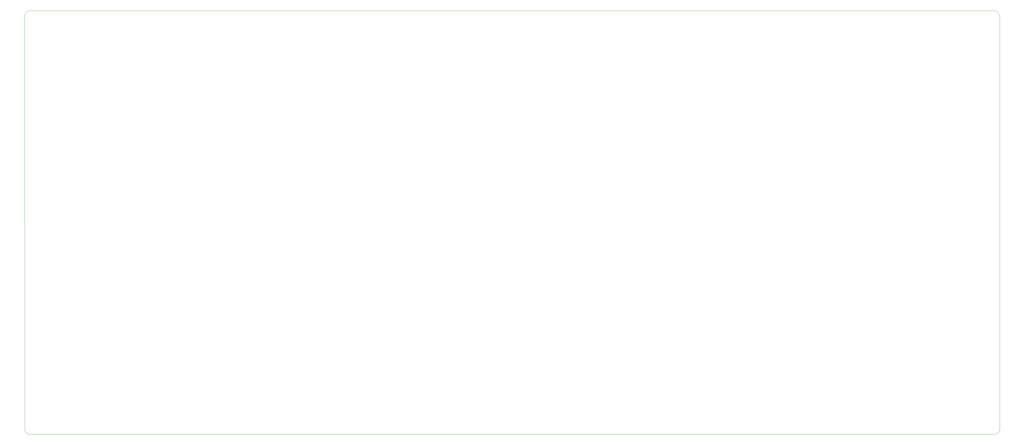
<source format=gbr>
%TF.GenerationSoftware,KiCad,Pcbnew,(5.1.8)-1*%
%TF.CreationDate,2020-12-24T11:03:39+01:00*%
%TF.ProjectId,Atenea,4174656e-6561-42e6-9b69-6361645f7063,1*%
%TF.SameCoordinates,Original*%
%TF.FileFunction,Profile,NP*%
%FSLAX46Y46*%
G04 Gerber Fmt 4.6, Leading zero omitted, Abs format (unit mm)*
G04 Created by KiCad (PCBNEW (5.1.8)-1) date 2020-12-24 11:03:39*
%MOMM*%
%LPD*%
G01*
G04 APERTURE LIST*
%TA.AperFunction,Profile*%
%ADD10C,0.050000*%
%TD*%
G04 APERTURE END LIST*
D10*
X446278000Y-271399000D02*
X446278000Y-124460000D01*
X101473000Y-273177000D02*
X444500000Y-273177000D01*
X99568000Y-124460000D02*
X99695000Y-271399000D01*
X444246000Y-122428000D02*
X101600000Y-122428000D01*
X444246000Y-122428000D02*
G75*
G02*
X446278000Y-124460000I0J-2032000D01*
G01*
X446278000Y-271399000D02*
G75*
G02*
X444500000Y-273177000I-1778000J0D01*
G01*
X101473000Y-273177000D02*
G75*
G02*
X99695000Y-271399000I0J1778000D01*
G01*
X99568000Y-124460000D02*
G75*
G02*
X101600000Y-122428000I2032000J0D01*
G01*
M02*

</source>
